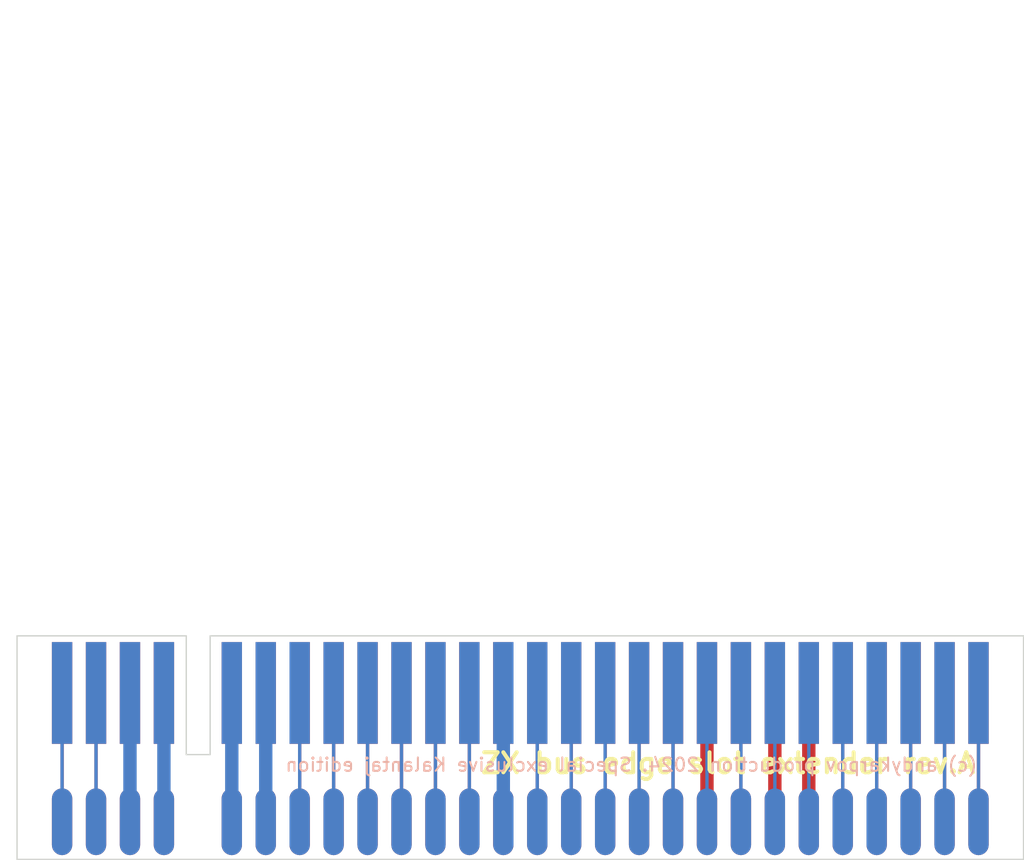
<source format=kicad_pcb>
(kicad_pcb (version 20240108) (generator "pcbnew") (generator_version "8.0")
  (layers (0 "F.Cu" signal) (31 "B.Cu" signal) (34 "B.Paste" user) (35 "F.Paste" user) (36 "B.SilkS" user "B.Silkscreen") (37 "F.SilkS" user "F.Silkscreen") (38 "B.Mask" user) (39 "F.Mask" user) (44 "Edge.Cuts" user))
  (net 0 "")
  (net 1 "A15")
  (net 2 "A13")
  (net 3 "D7")
  (net 4 "~{OEM_ROM1}")
  (net 5 "D0")
  (net 6 "D1")
  (net 7 "D2")
  (net 8 "D6")
  (net 9 "D5")
  (net 10 "D3")
  (net 11 "D4")
  (net 12 "~{INT}")
  (net 13 "~{NMI}")
  (net 14 "~{HALT}")
  (net 15 "~{MREQ}")
  (net 16 "~{IORQ}")
  (net 17 "~{RD}")
  (net 18 "~{WR}")
  (net 19 "-5V")
  (net 20 "~{WAIT}")
  (net 21 "+12V")
  (net 22 "12VAC")
  (net 23 "~{M1}")
  (net 24 "~{RFSH}")
  (net 25 "A8")
  (net 26 "A10")
  (net 27 "RESET{slash}NC")
  (net 28 "A14")
  (net 29 "A12")
  (net 30 "+5V")
  (net 31 "+9V")
  (net 32 "GND")
  (net 33 "~{CLK}")
  (net 34 "A0")
  (net 35 "A1")
  (net 36 "A2")
  (net 37 "A3")
  (net 38 "~{IORQGE}")
  (net 39 "~{OE_ROM2{slash}VIDEO}")
  (net 40 "~{Y}")
  (net 41 "V")
  (net 42 "U")
  (net 43 "~{BUSRQ}")
  (net 44 "~{RESET}")
  (net 45 "A7")
  (net 46 "A6")
  (net 47 "A5")
  (net 48 "A4")
  (net 49 "~{ROMCS}")
  (net 50 "~{BUSACK}")
  (net 51 "A9")
  (net 52 "A11")
  (footprint "My Footprint Library, Sinclair:ZX Bus, Edge" (layer "F.Cu") (at 138.5062 136.398)
    (property "Reference" "Z1" (hide yes))
    (property "Value" "EDGE" (hide yes))
    (pad "A1" smd roundrect (at -33.02 0) (size 1.524 5) (layers "F.Cu" "F.Paste" "F.Mask") (roundrect_rratio 0.5) (net 1 "A15"))
    (pad "A2" smd roundrect (at -30.48 0) (size 1.524 5) (layers "F.Cu" "F.Paste" "F.Mask") (roundrect_rratio 0.5) (net 2 "A13"))
    (pad "A3" smd roundrect (at -27.94 0) (size 1.524 5) (layers "F.Cu" "F.Paste" "F.Mask") (roundrect_rratio 0.5) (net 3 "D7"))
    (pad "A4" smd roundrect (at -25.4 0) (size 1.524 5) (layers "F.Cu" "F.Paste" "F.Mask") (roundrect_rratio 0.5) (net 4 "~{OEM_ROM1}"))
    (pad "A6" smd roundrect (at -20.32 0) (size 1.524 5) (layers "F.Cu" "F.Paste" "F.Mask") (roundrect_rratio 0.5) (net 5 "D0"))
    (pad "A7" smd roundrect (at -17.78 0) (size 1.524 5) (layers "F.Cu" "F.Paste" "F.Mask") (roundrect_rratio 0.5) (net 6 "D1"))
    (pad "A8" smd roundrect (at -15.24 0) (size 1.524 5) (layers "F.Cu" "F.Paste" "F.Mask") (roundrect_rratio 0.5) (net 7 "D2"))
    (pad "A9" smd roundrect (at -12.7 0) (size 1.524 5) (layers "F.Cu" "F.Paste" "F.Mask") (roundrect_rratio 0.5) (net 8 "D6"))
    (pad "A10" smd roundrect (at -10.16 0) (size 1.524 5) (layers "F.Cu" "F.Paste" "F.Mask") (roundrect_rratio 0.5) (net 9 "D5"))
    (pad "A11" smd roundrect (at -7.62 0) (size 1.524 5) (layers "F.Cu" "F.Paste" "F.Mask") (roundrect_rratio 0.5) (net 10 "D3"))
    (pad "A12" smd roundrect (at -5.08 0) (size 1.524 5) (layers "F.Cu" "F.Paste" "F.Mask") (roundrect_rratio 0.5) (net 11 "D4"))
    (pad "A13" smd roundrect (at -2.54 0) (size 1.524 5) (layers "F.Cu" "F.Paste" "F.Mask") (roundrect_rratio 0.5) (net 12 "~{INT}"))
    (pad "A14" smd roundrect (at 0 0) (size 1.524 5) (layers "F.Cu" "F.Paste" "F.Mask") (roundrect_rratio 0.5) (net 13 "~{NMI}"))
    (pad "A15" smd roundrect (at 2.54 0) (size 1.524 5) (layers "F.Cu" "F.Paste" "F.Mask") (roundrect_rratio 0.5) (net 14 "~{HALT}"))
    (pad "A16" smd roundrect (at 5.08 0) (size 1.524 5) (layers "F.Cu" "F.Paste" "F.Mask") (roundrect_rratio 0.5) (net 15 "~{MREQ}"))
    (pad "A17" smd roundrect (at 7.62 0) (size 1.524 5) (layers "F.Cu" "F.Paste" "F.Mask") (roundrect_rratio 0.5) (net 16 "~{IORQ}"))
    (pad "A18" smd roundrect (at 10.16 0) (size 1.524 5) (layers "F.Cu" "F.Paste" "F.Mask") (roundrect_rratio 0.5) (net 17 "~{RD}"))
    (pad "A19" smd roundrect (at 12.7 0) (size 1.524 5) (layers "F.Cu" "F.Paste" "F.Mask") (roundrect_rratio 0.5) (net 18 "~{WR}"))
    (pad "A20" smd roundrect (at 15.24 0) (size 1.524 5) (layers "F.Cu" "F.Paste" "F.Mask") (roundrect_rratio 0.5) (net 19 "-5V"))
    (pad "A21" smd roundrect (at 17.78 0) (size 1.524 5) (layers "F.Cu" "F.Paste" "F.Mask") (roundrect_rratio 0.5) (net 20 "~{WAIT}"))
    (pad "A22" smd roundrect (at 20.32 0) (size 1.524 5) (layers "F.Cu" "F.Paste" "F.Mask") (roundrect_rratio 0.5) (net 21 "+12V"))
    (pad "A23" smd roundrect (at 22.86 0) (size 1.524 5) (layers "F.Cu" "F.Paste" "F.Mask") (roundrect_rratio 0.5) (net 22 "12VAC"))
    (pad "A24" smd roundrect (at 25.4 0) (size 1.524 5) (layers "F.Cu" "F.Paste" "F.Mask") (roundrect_rratio 0.5) (net 23 "~{M1}"))
    (pad "A25" smd roundrect (at 27.94 0) (size 1.524 5) (layers "F.Cu" "F.Paste" "F.Mask") (roundrect_rratio 0.5) (net 24 "~{RFSH}"))
    (pad "A26" smd roundrect (at 30.48 0) (size 1.524 5) (layers "F.Cu" "F.Paste" "F.Mask") (roundrect_rratio 0.5) (net 25 "A8"))
    (pad "A27" smd roundrect (at 33.02 0) (size 1.524 5) (layers "F.Cu" "F.Paste" "F.Mask") (roundrect_rratio 0.5) (net 26 "A10"))
    (pad "A28" smd roundrect (at 35.56 0) (size 1.524 5) (layers "F.Cu" "F.Paste" "F.Mask") (roundrect_rratio 0.5) (net 27 "RESET{slash}NC"))
    (pad "B1" smd roundrect (at -33.02 0) (size 1.524 5) (layers "B.Cu" "B.Paste" "B.Mask") (roundrect_rratio 0.5) (net 28 "A14"))
    (pad "B2" smd roundrect (at -30.48 0) (size 1.524 5) (layers "B.Cu" "B.Paste" "B.Mask") (roundrect_rratio 0.5) (net 29 "A12"))
    (pad "B3" smd roundrect (at -27.94 0) (size 1.524 5) (layers "B.Cu" "B.Paste" "B.Mask") (roundrect_rratio 0.5) (net 30 "+5V"))
    (pad "B4" smd roundrect (at -25.4 0) (size 1.524 5) (layers "B.Cu" "B.Paste" "B.Mask") (roundrect_rratio 0.5) (net 31 "+9V"))
    (pad "B6" smd roundrect (at -20.32 0) (size 1.524 5) (layers "B.Cu" "B.Paste" "B.Mask") (roundrect_rratio 0.5) (net 32 "GND"))
    (pad "B7" smd roundrect (at -17.78 0) (size 1.524 5) (layers "B.Cu" "B.Paste" "B.Mask") (roundrect_rratio 0.5) (net 32 "GND"))
    (pad "B8" smd roundrect (at -15.24 0) (size 1.524 5) (layers "B.Cu" "B.Paste" "B.Mask") (roundrect_rratio 0.5) (net 33 "~{CLK}"))
    (pad "B9" smd roundrect (at -12.7 0) (size 1.524 5) (layers "B.Cu" "B.Paste" "B.Mask") (roundrect_rratio 0.5) (net 34 "A0"))
    (pad "B10" smd roundrect (at -10.16 0) (size 1.524 5) (layers "B.Cu" "B.Paste" "B.Mask") (roundrect_rratio 0.5) (net 35 "A1"))
    (pad "B11" smd roundrect (at -7.62 0) (size 1.524 5) (layers "B.Cu" "B.Paste" "B.Mask") (roundrect_rratio 0.5) (net 36 "A2"))
    (pad "B12" smd roundrect (at -5.08 0) (size 1.524 5) (layers "B.Cu" "B.Paste" "B.Mask") (roundrect_rratio 0.5) (net 37 "A3"))
    (pad "B13" smd roundrect (at -2.54 0) (size 1.524 5) (layers "B.Cu" "B.Paste" "B.Mask") (roundrect_rratio 0.5) (net 38 "~{IORQGE}"))
    (pad "B14" smd roundrect (at 0 0) (size 1.524 5) (layers "B.Cu" "B.Paste" "B.Mask") (roundrect_rratio 0.5) (net 32 "GND"))
    (pad "B15" smd roundrect (at 2.54 0) (size 1.524 5) (layers "B.Cu" "B.Paste" "B.Mask") (roundrect_rratio 0.5) (net 39 "~{OE_ROM2{slash}VIDEO}"))
    (pad "B16" smd roundrect (at 5.08 0) (size 1.524 5) (layers "B.Cu" "B.Paste" "B.Mask") (roundrect_rratio 0.5) (net 40 "~{Y}"))
    (pad "B17" smd roundrect (at 7.62 0) (size 1.524 5) (layers "B.Cu" "B.Paste" "B.Mask") (roundrect_rratio 0.5) (net 41 "V"))
    (pad "B18" smd roundrect (at 10.16 0) (size 1.524 5) (layers "B.Cu" "B.Paste" "B.Mask") (roundrect_rratio 0.5) (net 42 "U"))
    (pad "B19" smd roundrect (at 12.7 0) (size 1.524 5) (layers "B.Cu" "B.Paste" "B.Mask") (roundrect_rratio 0.5) (net 43 "~{BUSRQ}"))
    (pad "B20" smd roundrect (at 15.24 0) (size 1.524 5) (layers "B.Cu" "B.Paste" "B.Mask") (roundrect_rratio 0.5) (net 44 "~{RESET}"))
    (pad "B21" smd roundrect (at 17.78 0) (size 1.524 5) (layers "B.Cu" "B.Paste" "B.Mask") (roundrect_rratio 0.5) (net 45 "A7"))
    (pad "B22" smd roundrect (at 20.32 0) (size 1.524 5) (layers "B.Cu" "B.Paste" "B.Mask") (roundrect_rratio 0.5) (net 46 "A6"))
    (pad "B23" smd roundrect (at 22.86 0) (size 1.524 5) (layers "B.Cu" "B.Paste" "B.Mask") (roundrect_rratio 0.5) (net 47 "A5"))
    (pad "B24" smd roundrect (at 25.4 0) (size 1.524 5) (layers "B.Cu" "B.Paste" "B.Mask") (roundrect_rratio 0.5) (net 48 "A4"))
    (pad "B25" smd roundrect (at 27.94 0) (size 1.524 5) (layers "B.Cu" "B.Paste" "B.Mask") (roundrect_rratio 0.5) (net 49 "~{ROMCS}"))
    (pad "B26" smd roundrect (at 30.48 0) (size 1.524 5) (layers "B.Cu" "B.Paste" "B.Mask") (roundrect_rratio 0.5) (net 50 "~{BUSACK}"))
    (pad "B27" smd roundrect (at 33.02 0) (size 1.524 5) (layers "B.Cu" "B.Paste" "B.Mask") (roundrect_rratio 0.5) (net 51 "A9"))
    (pad "B28" smd roundrect (at 35.56 0) (size 1.524 5) (layers "B.Cu" "B.Paste" "B.Mask") (roundrect_rratio 0.5) (net 52 "A11"))
  )
  (footprint "My Footprint Library, Sinclair:ZX Bus, Edge Pass-T" (layer "F.Cu") (at 138.5062 126.753)
    (property "Reference" "Z2" (hide yes))
    (property "Value" "PASS-THROUGH")
    (pad "A1" smd rect (at -33.02 0) (size 1.524 7.62) (layers "F.Cu" "F.Paste" "F.Mask") (net 1 "A15"))
    (pad "A2" smd rect (at -30.48 0) (size 1.524 7.62) (layers "F.Cu" "F.Paste" "F.Mask") (net 2 "A13"))
    (pad "A3" smd rect (at -27.94 0) (size 1.524 7.62) (layers "F.Cu" "F.Paste" "F.Mask") (net 3 "D7"))
    (pad "A4" smd rect (at -25.4 0) (size 1.524 7.62) (layers "F.Cu" "F.Paste" "F.Mask") (net 4 "~{OEM_ROM1}"))
    (pad "A6" smd rect (at -20.32 0) (size 1.524 7.62) (layers "F.Cu" "F.Paste" "F.Mask") (net 5 "D0"))
    (pad "A7" smd rect (at -17.78 0) (size 1.524 7.62) (layers "F.Cu" "F.Paste" "F.Mask") (net 6 "D1"))
    (pad "A8" smd rect (at -15.24 0) (size 1.524 7.62) (layers "F.Cu" "F.Paste" "F.Mask") (net 7 "D2"))
    (pad "A9" smd rect (at -12.7 0) (size 1.524 7.62) (layers "F.Cu" "F.Paste" "F.Mask") (net 8 "D6"))
    (pad "A10" smd rect (at -10.16 0) (size 1.524 7.62) (layers "F.Cu" "F.Paste" "F.Mask") (net 9 "D5"))
    (pad "A11" smd rect (at -7.62 0) (size 1.524 7.62) (layers "F.Cu" "F.Paste" "F.Mask") (net 10 "D3"))
    (pad "A12" smd rect (at -5.08 0) (size 1.524 7.62) (layers "F.Cu" "F.Paste" "F.Mask") (net 11 "D4"))
    (pad "A13" smd rect (at -2.54 0) (size 1.524 7.62) (layers "F.Cu" "F.Paste" "F.Mask") (net 12 "~{INT}"))
    (pad "A14" smd rect (at 0 0) (size 1.524 7.62) (layers "F.Cu" "F.Paste" "F.Mask") (net 13 "~{NMI}"))
    (pad "A15" smd rect (at 2.54 0) (size 1.524 7.62) (layers "F.Cu" "F.Paste" "F.Mask") (net 14 "~{HALT}"))
    (pad "A16" smd rect (at 5.08 0) (size 1.524 7.62) (layers "F.Cu" "F.Paste" "F.Mask") (net 15 "~{MREQ}"))
    (pad "A17" smd rect (at 7.62 0) (size 1.524 7.62) (layers "F.Cu" "F.Paste" "F.Mask") (net 16 "~{IORQ}"))
    (pad "A18" smd rect (at 10.16 0) (size 1.524 7.62) (layers "F.Cu" "F.Paste" "F.Mask") (net 17 "~{RD}"))
    (pad "A19" smd rect (at 12.7 0) (size 1.524 7.62) (layers "F.Cu" "F.Paste" "F.Mask") (net 18 "~{WR}"))
    (pad "A20" smd rect (at 15.24 0) (size 1.524 7.62) (layers "F.Cu" "F.Paste" "F.Mask") (net 19 "-5V"))
    (pad "A21" smd rect (at 17.78 0) (size 1.524 7.62) (layers "F.Cu" "F.Paste" "F.Mask") (net 20 "~{WAIT}"))
    (pad "A22" smd rect (at 20.32 0) (size 1.524 7.62) (layers "F.Cu" "F.Paste" "F.Mask") (net 21 "+12V"))
    (pad "A23" smd rect (at 22.86 0) (size 1.524 7.62) (layers "F.Cu" "F.Paste" "F.Mask") (net 22 "12VAC"))
    (pad "A24" smd rect (at 25.4 0) (size 1.524 7.62) (layers "F.Cu" "F.Paste" "F.Mask") (net 23 "~{M1}"))
    (pad "A25" smd rect (at 27.94 0) (size 1.524 7.62) (layers "F.Cu" "F.Paste" "F.Mask") (net 24 "~{RFSH}"))
    (pad "A26" smd rect (at 30.48 0) (size 1.524 7.62) (layers "F.Cu" "F.Paste" "F.Mask") (net 25 "A8"))
    (pad "A27" smd rect (at 33.02 0) (size 1.524 7.62) (layers "F.Cu" "F.Paste" "F.Mask") (net 26 "A10"))
    (pad "A28" smd rect (at 35.56 0) (size 1.524 7.62) (layers "F.Cu" "F.Paste" "F.Mask") (net 27 "RESET{slash}NC"))
    (pad "B1" smd rect (at -33.02 0) (size 1.524 7.62) (layers "B.Cu" "B.Paste" "B.Mask") (net 28 "A14"))
    (pad "B2" smd rect (at -30.48 0) (size 1.524 7.62) (layers "B.Cu" "B.Paste" "B.Mask") (net 29 "A12"))
    (pad "B3" smd rect (at -27.94 0) (size 1.524 7.62) (layers "B.Cu" "B.Paste" "B.Mask") (net 30 "+5V"))
    (pad "B4" smd rect (at -25.4 0) (size 1.524 7.62) (layers "B.Cu" "B.Paste" "B.Mask") (net 31 "+9V"))
    (pad "B6" smd rect (at -20.32 0) (size 1.524 7.62) (layers "B.Cu" "B.Paste" "B.Mask") (net 32 "GND"))
    (pad "B7" smd rect (at -17.78 0) (size 1.524 7.62) (layers "B.Cu" "B.Paste" "B.Mask") (net 32 "GND"))
    (pad "B8" smd rect (at -15.24 0) (size 1.524 7.62) (layers "B.Cu" "B.Paste" "B.Mask") (net 33 "~{CLK}"))
    (pad "B9" smd rect (at -12.7 0) (size 1.524 7.62) (layers "B.Cu" "B.Paste" "B.Mask") (net 34 "A0"))
    (pad "B10" smd rect (at -10.16 0) (size 1.524 7.62) (layers "B.Cu" "B.Paste" "B.Mask") (net 35 "A1"))
    (pad "B11" smd rect (at -7.62 0) (size 1.524 7.62) (layers "B.Cu" "B.Paste" "B.Mask") (net 36 "A2"))
    (pad "B12" smd rect (at -5.08 0) (size 1.524 7.62) (layers "B.Cu" "B.Paste" "B.Mask") (net 37 "A3"))
    (pad "B13" smd rect (at -2.54 0) (size 1.524 7.62) (layers "B.Cu" "B.Paste" "B.Mask") (net 38 "~{IORQGE}"))
    (pad "B14" smd rect (at 0 0) (size 1.524 7.62) (layers "B.Cu" "B.Paste" "B.Mask") (net 32 "GND"))
    (pad "B15" smd rect (at 2.54 0) (size 1.524 7.62) (layers "B.Cu" "B.Paste" "B.Mask") (net 39 "~{OE_ROM2{slash}VIDEO}"))
    (pad "B16" smd rect (at 5.08 0) (size 1.524 7.62) (layers "B.Cu" "B.Paste" "B.Mask") (net 40 "~{Y}"))
    (pad "B17" smd rect (at 7.62 0) (size 1.524 7.62) (layers "B.Cu" "B.Paste" "B.Mask") (net 41 "V"))
    (pad "B18" smd rect (at 10.16 0) (size 1.524 7.62) (layers "B.Cu" "B.Paste" "B.Mask") (net 42 "U"))
    (pad "B19" smd rect (at 12.7 0) (size 1.524 7.62) (layers "B.Cu" "B.Paste" "B.Mask") (net 43 "~{BUSRQ}"))
    (pad "B20" smd rect (at 15.24 0) (size 1.524 7.62) (layers "B.Cu" "B.Paste" "B.Mask") (net 44 "~{RESET}"))
    (pad "B21" smd rect (at 17.78 0) (size 1.524 7.62) (layers "B.Cu" "B.Paste" "B.Mask") (net 45 "A7"))
    (pad "B22" smd rect (at 20.32 0) (size 1.524 7.62) (layers "B.Cu" "B.Paste" "B.Mask") (net 46 "A6"))
    (pad "B23" smd rect (at 22.86 0) (size 1.524 7.62) (layers "B.Cu" "B.Paste" "B.Mask") (net 47 "A5"))
    (pad "B24" smd rect (at 25.4 0) (size 1.524 7.62) (layers "B.Cu" "B.Paste" "B.Mask") (net 48 "A4"))
    (pad "B25" smd rect (at 27.94 0) (size 1.524 7.62) (layers "B.Cu" "B.Paste" "B.Mask") (net 49 "~{ROMCS}"))
    (pad "B26" smd rect (at 30.48 0) (size 1.524 7.62) (layers "B.Cu" "B.Paste" "B.Mask") (net 50 "~{BUSACK}"))
    (pad "B27" smd rect (at 33.02 0) (size 1.524 7.62) (layers "B.Cu" "B.Paste" "B.Mask") (net 51 "A9"))
    (pad "B28" smd rect (at 35.56 0) (size 1.524 7.62) (layers "B.Cu" "B.Paste" "B.Mask") (net 52 "A11"))
  )
  (gr_line (start 116.5653 122.4788) (end 177.4378 122.4788) (stroke (width 0.1)) (layer "Edge.Cuts"))
  (gr_line (start 114.7779 131.3688) (end 114.7779 122.4788) (stroke (width 0.1)) (layer "Edge.Cuts"))
  (gr_line (start 177.4378 139.2174) (end 102.1146 139.2174) (stroke (width 0.1)) (layer "Edge.Cuts"))
  (gr_line (start 116.5653 131.3688) (end 114.7779 131.3688) (stroke (width 0.1)) (layer "Edge.Cuts"))
  (gr_line (start 114.7779 122.4788) (end 102.1146 122.4788) (stroke (width 0.1)) (layer "Edge.Cuts"))
  (gr_line (start 116.5653 122.4788) (end 116.5653 131.3688) (stroke (width 0.1)) (layer "Edge.Cuts"))
  (gr_line (start 102.1146 139.2174) (end 102.1146 122.4788) (stroke (width 0.1)) (layer "Edge.Cuts"))
  (gr_line (start 177.4378 122.4788) (end 177.4378 139.2174) (stroke (width 0.1)) (layer "Edge.Cuts"))
  (gr_text "(c) andykarpov production 2024. Special exclusive Kalantaj edition" (at 174.0662 132.715 0) (layer "B.SilkS") (effects (font (size 1 1)) (justify left bottom mirror)))
  (gr_text "ZX bus edge slot extender rev.A\n" (at 173.99 132.8928 0) (layer "F.SilkS") (effects (font (size 1.5 1.5) (thickness 0.3) (bold yes)) (justify right bottom)))
  (segment (start 105.4862 126.753) (end 105.4862 136.398) (width 0.25) (layer "F.Cu") (net 1))
  (segment (start 108.0262 126.753) (end 108.0262 136.398) (width 0.25) (layer "F.Cu") (net 2))
  (segment (start 110.5662 126.753) (end 110.5662 136.398) (width 0.25) (layer "F.Cu") (net 3))
  (segment (start 113.1062 126.753) (end 113.1062 136.398) (width 0.25) (layer "F.Cu") (net 4))
  (segment (start 118.1862 126.753) (end 118.1862 136.398) (width 0.25) (layer "F.Cu") (net 5))
  (segment (start 120.7262 126.753) (end 120.7262 136.398) (width 0.25) (layer "F.Cu") (net 6))
  (segment (start 123.2662 126.753) (end 123.2662 136.398) (width 0.25) (layer "F.Cu") (net 7))
  (segment (start 125.8062 126.753) (end 125.8062 136.398) (width 0.25) (layer "F.Cu") (net 8))
  (segment (start 128.3462 126.753) (end 128.3462 136.398) (width 0.25) (layer "F.Cu") (net 9))
  (segment (start 130.8862 126.753) (end 130.8862 136.398) (width 0.25) (layer "F.Cu") (net 10))
  (segment (start 133.4262 126.753) (end 133.4262 136.398) (width 0.25) (layer "F.Cu") (net 11))
  (segment (start 135.9662 126.753) (end 135.9662 136.398) (width 0.25) (layer "F.Cu") (net 12))
  (segment (start 138.5062 126.753) (end 138.5062 136.398) (width 0.25) (layer "F.Cu") (net 13))
  (segment (start 141.0462 126.753) (end 141.0462 136.398) (width 0.25) (layer "F.Cu") (net 14))
  (segment (start 143.5862 126.753) (end 143.5862 136.398) (width 0.25) (layer "F.Cu") (net 15))
  (segment (start 146.1262 126.753) (end 146.1262 136.398) (width 0.25) (layer "F.Cu") (net 16))
  (segment (start 148.6662 126.753) (end 148.6662 136.398) (width 0.25) (layer "F.Cu") (net 17))
  (segment (start 151.2062 136.398) (end 151.2062 126.753) (width 0.25) (layer "F.Cu") (net 18))
  (segment (start 153.7462 126.753) (end 153.7462 136.398) (width 1) (layer "F.Cu") (net 19))
  (segment (start 156.2862 136.398) (end 156.2862 126.753) (width 0.25) (layer "F.Cu") (net 20))
  (segment (start 158.8262 126.753) (end 158.8262 136.398) (width 1) (layer "F.Cu") (net 21))
  (segment (start 161.3662 136.398) (end 161.3662 126.753) (width 1) (layer "F.Cu") (net 22))
  (segment (start 163.9062 126.753) (end 163.9062 136.398) (width 0.25) (layer "F.Cu") (net 23))
  (segment (start 166.4462 136.398) (end 166.4462 126.753) (width 0.25) (layer "F.Cu") (net 24))
  (segment (start 168.9862 126.753) (end 168.9862 136.398) (width 0.25) (layer "F.Cu") (net 25))
  (segment (start 171.5262 136.398) (end 171.5262 126.753) (width 0.25) (layer "F.Cu") (net 26))
  (segment (start 174.0662 126.753) (end 174.0662 136.398) (width 0.25) (layer "F.Cu") (net 27))
  (segment (start 105.4862 136.398) (end 105.4862 126.753) (width 0.25) (layer "B.Cu") (net 28))
  (segment (start 108.0262 136.398) (end 108.0262 126.753) (width 0.25) (layer "B.Cu") (net 29))
  (segment (start 110.5662 136.398) (end 110.5662 126.753) (width 1) (layer "B.Cu") (net 30))
  (segment (start 113.1062 136.398) (end 113.1062 126.753) (width 1) (layer "B.Cu") (net 31))
  (segment (start 118.1862 136.398) (end 118.1862 126.753) (width 1) (layer "B.Cu") (net 32))
  (segment (start 138.5062 136.398) (end 138.5062 126.753) (width 1) (layer "B.Cu") (net 32))
  (segment (start 120.7262 136.398) (end 120.7262 126.753) (width 1) (layer "B.Cu") (net 32))
  (segment (start 123.2662 136.398) (end 123.2662 126.753) (width 0.25) (layer "B.Cu") (net 33))
  (segment (start 125.8062 136.398) (end 125.8062 126.753) (width 0.25) (layer "B.Cu") (net 34))
  (segment (start 128.3462 136.398) (end 128.3462 126.753) (width 0.25) (layer "B.Cu") (net 35))
  (segment (start 130.8862 136.398) (end 130.8862 126.753) (width 0.25) (layer "B.Cu") (net 36))
  (segment (start 133.4262 136.398) (end 133.4262 126.753) (width 0.25) (layer "B.Cu") (net 37))
  (segment (start 135.9662 136.398) (end 135.9662 126.753) (width 0.25) (layer "B.Cu") (net 38))
  (segment (start 141.0462 136.398) (end 141.0462 126.753) (width 0.25) (layer "B.Cu") (net 39))
  (segment (start 143.5862 136.398) (end 143.5862 126.753) (width 0.25) (layer "B.Cu") (net 40))
  (segment (start 146.1262 136.398) (end 146.1262 126.753) (width 0.25) (layer "B.Cu") (net 41))
  (segment (start 148.6662 136.398) (end 148.6662 126.753) (width 0.25) (layer "B.Cu") (net 42))
  (segment (start 151.2062 136.398) (end 151.2062 126.753) (width 0.25) (layer "B.Cu") (net 43))
  (segment (start 153.7462 136.398) (end 153.7462 126.753) (width 0.25) (layer "B.Cu") (net 44))
  (segment (start 156.2862 136.398) (end 156.2862 126.753) (width 0.25) (layer "B.Cu") (net 45))
  (segment (start 158.8262 136.398) (end 158.8262 126.753) (width 0.25) (layer "B.Cu") (net 46))
  (segment (start 161.3662 136.398) (end 161.3662 126.753) (width 0.25) (layer "B.Cu") (net 47))
  (segment (start 163.9062 136.398) (end 163.9062 126.753) (width 0.25) (layer "B.Cu") (net 48))
  (segment (start 166.4462 136.398) (end 166.4462 126.753) (width 0.25) (layer "B.Cu") (net 49))
  (segment (start 168.9862 136.398) (end 168.9862 126.753) (width 0.25) (layer "B.Cu") (net 50))
  (segment (start 171.5262 136.398) (end 171.5262 126.753) (width 0.25) (layer "B.Cu") (net 51))
  (segment (start 174.0662 126.753) (end 174.0662 136.398) (width 0.25) (layer "B.Cu") (net 52))
)
</source>
